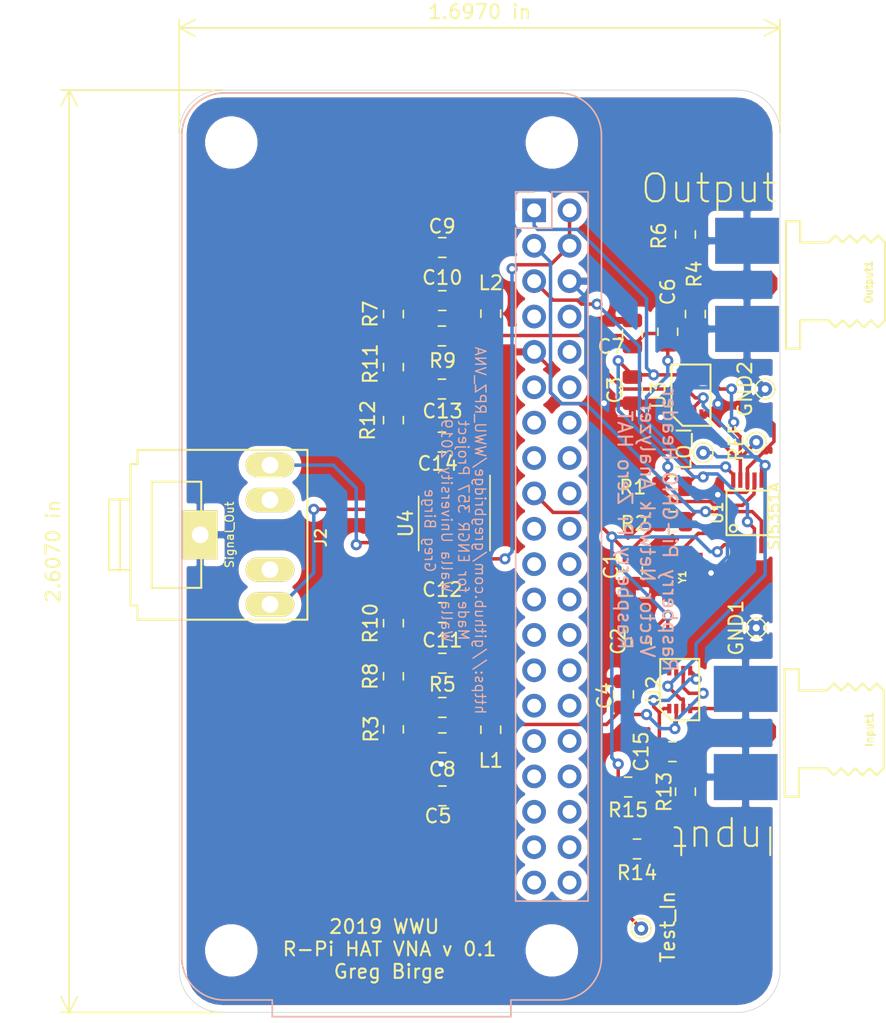
<source format=kicad_pcb>
(kicad_pcb (version 20171130) (host pcbnew 5.1.2-f72e74a~84~ubuntu18.04.1)
  (layers (0 F.Cu signal) (31 B.Cu signal) (34 B.Paste user) (35 F.Paste user) (36 B.SilkS user) (37 F.SilkS user) (38 B.Mask user) (39 F.Mask user) (44 Edge.Cuts user))
  (net 0 "")
  (net 1 +3V3)
  (net 2 GND)
  (net 3 "Net-(C4-Pad2)")
  (net 4 "Net-(C5-Pad1)")
  (net 5 "Net-(C6-Pad2)")
  (net 6 "Net-(C6-Pad1)")
  (net 7 "Net-(C7-Pad2)")
  (net 8 "Net-(C8-Pad1)")
  (net 9 "Net-(C9-Pad1)")
  (net 10 "Net-(C10-Pad1)")
  (net 11 "Net-(C11-Pad1)")
  (net 12 "Net-(C12-Pad1)")
  (net 13 "Net-(C13-Pad1)")
  (net 14 "Net-(C14-Pad1)")
  (net 15 "Net-(C15-Pad2)")
  (net 16 "Net-(C15-Pad1)")
  (net 17 "Net-(J1-Pad40)")
  (net 18 "Net-(J1-Pad39)")
  (net 19 "Net-(J1-Pad26)")
  (net 20 "Net-(J1-Pad25)")
  (net 21 "Net-(J1-Pad22)")
  (net 22 "Net-(J1-Pad21)")
  (net 23 "Net-(J1-Pad30)")
  (net 24 "Net-(J1-Pad29)")
  (net 25 "Net-(J1-Pad8)")
  (net 26 "Net-(J1-Pad7)")
  (net 27 "Net-(J1-Pad32)")
  (net 28 "Net-(J1-Pad31)")
  (net 29 "Net-(J1-Pad18)")
  (net 30 "Net-(J1-Pad36)")
  (net 31 "Net-(J1-Pad35)")
  (net 32 "Net-(J1-Pad34)")
  (net 33 "Net-(J1-Pad33)")
  (net 34 "Net-(J1-Pad38)")
  (net 35 "Net-(J1-Pad37)")
  (net 36 "Net-(J1-Pad20)")
  (net 37 "Net-(J1-Pad19)")
  (net 38 "Net-(J1-Pad10)")
  (net 39 "Net-(J1-Pad14)")
  (net 40 "Net-(J1-Pad13)")
  (net 41 "Net-(J1-Pad28)")
  (net 42 "Net-(J1-Pad27)")
  (net 43 "Net-(J1-Pad12)")
  (net 44 "Net-(J1-Pad11)")
  (net 45 "Net-(J1-Pad24)")
  (net 46 "Net-(J1-Pad23)")
  (net 47 +5V)
  (net 48 /SCL)
  (net 49 "Net-(J1-Pad16)")
  (net 50 "Net-(J1-Pad15)")
  (net 51 /SDA)
  (net 52 "Net-(TP2-Pad1)")
  (net 53 /LO_I)
  (net 54 "Net-(U1-Pad3)")
  (net 55 "Net-(U1-Pad2)")
  (net 56 "Net-(J2-Pad3)")
  (net 57 "Net-(J2-Pad2)")
  (net 58 "Net-(Output1-Pad1)")
  (module SMA:Raspberry_Pi_Zero_Socketed_THT_FaceDown_MountingHoles (layer B.Cu) (at 130.1115 53.213 180)
    (fp_text reference Jr hide)
    (fp_text value "GPIO Header" hide)
    (pad "" np_thru_hole circle (at -1.27 -53.13 90) (size 2.75 2.75) (drill 2.75) (layers *.Cu *.Mask))
    (pad "" np_thru_hole circle (at 21.73 4.87 90) (size 2.75 2.75) (drill 2.75) (layers *.Cu *.Mask))
    (pad "" np_thru_hole circle (at 21.73 -53.13 90) (size 2.75 2.75) (drill 2.75) (layers *.Cu *.Mask))
    (pad "" np_thru_hole circle (at -1.27 4.87 90) (size 2.75 2.75) (drill 2.75) (layers *.Cu *.Mask))
    (pad 40 thru_hole oval (at -2.54 -48.26 180) (size 1.7 1.7) (drill 1) (layers *.Cu *.Mask) (net 17 "Net-(J1-Pad40)"))
    (pad 39 thru_hole oval (at 0 -48.26 180) (size 1.7 1.7) (drill 1) (layers *.Cu *.Mask) (net 18 "Net-(J1-Pad39)"))
    (pad 26 thru_hole oval (at -2.54 -30.48 180) (size 1.7 1.7) (drill 1) (layers *.Cu *.Mask) (net 19 "Net-(J1-Pad26)"))
    (pad 25 thru_hole oval (at 0 -30.48 180) (size 1.7 1.7) (drill 1) (layers *.Cu *.Mask) (net 20 "Net-(J1-Pad25)"))
    (pad 22 thru_hole oval (at -2.54 -25.4 180) (size 1.7 1.7) (drill 1) (layers *.Cu *.Mask) (net 21 "Net-(J1-Pad22)"))
    (pad 21 thru_hole oval (at 0 -25.4 180) (size 1.7 1.7) (drill 1) (layers *.Cu *.Mask) (net 22 "Net-(J1-Pad21)"))
    (pad 30 thru_hole oval (at -2.54 -35.56 180) (size 1.7 1.7) (drill 1) (layers *.Cu *.Mask) (net 23 "Net-(J1-Pad30)"))
    (pad 29 thru_hole oval (at 0 -35.56 180) (size 1.7 1.7) (drill 1) (layers *.Cu *.Mask) (net 24 "Net-(J1-Pad29)"))
    (pad 8 thru_hole oval (at -2.54 -7.62 180) (size 1.7 1.7) (drill 1) (layers *.Cu *.Mask) (net 25 "Net-(J1-Pad8)"))
    (pad 7 thru_hole oval (at 0 -7.62 180) (size 1.7 1.7) (drill 1) (layers *.Cu *.Mask) (net 26 "Net-(J1-Pad7)"))
    (pad 32 thru_hole oval (at -2.54 -38.1 180) (size 1.7 1.7) (drill 1) (layers *.Cu *.Mask) (net 27 "Net-(J1-Pad32)"))
    (pad 31 thru_hole oval (at 0 -38.1 180) (size 1.7 1.7) (drill 1) (layers *.Cu *.Mask) (net 28 "Net-(J1-Pad31)"))
    (pad 18 thru_hole oval (at -2.54 -20.32 180) (size 1.7 1.7) (drill 1) (layers *.Cu *.Mask) (net 29 "Net-(J1-Pad18)"))
    (pad 17 thru_hole oval (at 0 -20.32 180) (size 1.7 1.7) (drill 1) (layers *.Cu *.Mask) (net 1 +3V3))
    (pad 36 thru_hole oval (at -2.54 -43.18 180) (size 1.7 1.7) (drill 1) (layers *.Cu *.Mask) (net 30 "Net-(J1-Pad36)"))
    (pad 35 thru_hole oval (at 0 -43.18 180) (size 1.7 1.7) (drill 1) (layers *.Cu *.Mask) (net 31 "Net-(J1-Pad35)"))
    (pad 34 thru_hole oval (at -2.54 -40.64 180) (size 1.7 1.7) (drill 1) (layers *.Cu *.Mask) (net 32 "Net-(J1-Pad34)"))
    (pad 33 thru_hole oval (at 0 -40.64 180) (size 1.7 1.7) (drill 1) (layers *.Cu *.Mask) (net 33 "Net-(J1-Pad33)"))
    (pad 38 thru_hole oval (at -2.54 -45.72 180) (size 1.7 1.7) (drill 1) (layers *.Cu *.Mask) (net 34 "Net-(J1-Pad38)"))
    (pad 37 thru_hole oval (at 0 -45.72 180) (size 1.7 1.7) (drill 1) (layers *.Cu *.Mask) (net 35 "Net-(J1-Pad37)"))
    (pad 20 thru_hole oval (at -2.54 -22.86 180) (size 1.7 1.7) (drill 1) (layers *.Cu *.Mask) (net 36 "Net-(J1-Pad20)"))
    (pad 19 thru_hole oval (at 0 -22.86 180) (size 1.7 1.7) (drill 1) (layers *.Cu *.Mask) (net 37 "Net-(J1-Pad19)"))
    (pad 10 thru_hole oval (at -2.54 -10.16 180) (size 1.7 1.7) (drill 1) (layers *.Cu *.Mask) (net 38 "Net-(J1-Pad10)"))
    (pad 9 thru_hole oval (at 0 -10.16 180) (size 1.7 1.7) (drill 1) (layers *.Cu *.Mask) (net 2 GND))
    (pad 14 thru_hole oval (at -2.54 -15.24 180) (size 1.7 1.7) (drill 1) (layers *.Cu *.Mask) (net 39 "Net-(J1-Pad14)"))
    (pad 13 thru_hole oval (at 0 -15.24 180) (size 1.7 1.7) (drill 1) (layers *.Cu *.Mask) (net 40 "Net-(J1-Pad13)"))
    (pad 28 thru_hole oval (at -2.54 -33.02 180) (size 1.7 1.7) (drill 1) (layers *.Cu *.Mask) (net 41 "Net-(J1-Pad28)"))
    (pad 27 thru_hole oval (at 0 -33.02 180) (size 1.7 1.7) (drill 1) (layers *.Cu *.Mask) (net 42 "Net-(J1-Pad27)"))
    (pad 12 thru_hole oval (at -2.54 -12.7 180) (size 1.7 1.7) (drill 1) (layers *.Cu *.Mask) (net 43 "Net-(J1-Pad12)"))
    (pad 11 thru_hole oval (at 0 -12.7 180) (size 1.7 1.7) (drill 1) (layers *.Cu *.Mask) (net 44 "Net-(J1-Pad11)"))
    (pad 24 thru_hole oval (at -2.54 -27.94 180) (size 1.7 1.7) (drill 1) (layers *.Cu *.Mask) (net 45 "Net-(J1-Pad24)"))
    (pad 23 thru_hole oval (at 0 -27.94 180) (size 1.7 1.7) (drill 1) (layers *.Cu *.Mask) (net 46 "Net-(J1-Pad23)"))
    (pad 1 thru_hole rect (at 0 0 180) (size 1.7 1.7) (drill 1) (layers *.Cu *.Mask) (net 1 +3V3))
    (pad 2 thru_hole oval (at -2.54 0 180) (size 1.7 1.7) (drill 1) (layers *.Cu *.Mask) (net 47 +5V))
    (pad 5 thru_hole oval (at 0 -5.08 180) (size 1.7 1.7) (drill 1) (layers *.Cu *.Mask) (net 48 /SCL))
    (pad 4 thru_hole oval (at -2.54 -2.54 180) (size 1.7 1.7) (drill 1) (layers *.Cu *.Mask) (net 47 +5V))
    (pad 16 thru_hole oval (at -2.54 -17.78 180) (size 1.7 1.7) (drill 1) (layers *.Cu *.Mask) (net 49 "Net-(J1-Pad16)"))
    (pad 15 thru_hole oval (at 0 -17.78 180) (size 1.7 1.7) (drill 1) (layers *.Cu *.Mask) (net 50 "Net-(J1-Pad15)"))
    (pad 3 thru_hole oval (at 0 -2.54 180) (size 1.7 1.7) (drill 1) (layers *.Cu *.Mask) (net 51 /SDA))
    (pad 6 thru_hole oval (at -2.54 -5.08 180) (size 1.7 1.7) (drill 1) (layers *.Cu *.Mask) (net 2 GND))
  )
  (module SMA:VFSOP-8 (layer F.Cu) (at 141.36624 66.47942)
    (fp_text reference U3 (at -2.3495 0 90) (layer F.SilkS))
    (fp_text value NL7WB66 hide)
    (pad 8 smd rect (at -0.75 -1.36) (size 0.3 0.68) (layers F.Cu F.Paste F.Mask) (net 1 +3V3))
    (pad 1 smd rect (at -0.75 1.36) (size 0.3 0.68) (layers F.Cu F.Paste F.Mask) (net 52 "Net-(TP2-Pad1)"))
    (pad 7 smd rect (at -0.25 -1.36) (size 0.3 0.68) (layers F.Cu F.Paste F.Mask) (net 53 /LO_I))
    (pad 2 smd rect (at -0.25 1.36) (size 0.3 0.68) (layers F.Cu F.Paste F.Mask) (net 7 "Net-(C7-Pad2)"))
    (pad 6 smd rect (at 0.25 -1.36) (size 0.3 0.68) (layers F.Cu F.Paste F.Mask) (net 7 "Net-(C7-Pad2)"))
    (pad 3 smd rect (at 0.25 1.36) (size 0.3 0.68) (layers F.Cu F.Paste F.Mask) (net 53 /LO_I))
    (pad 5 smd rect (at 0.75 -1.36) (size 0.3 0.68) (layers F.Cu F.Paste F.Mask) (net 52 "Net-(TP2-Pad1)"))
    (pad 4 smd rect (at 0.75 1.36) (size 0.3 0.68) (layers F.Cu F.Paste F.Mask) (net 2 GND))
  )
  (module TestPoint:TestPoint_THTPad_D1.0mm_Drill0.5mm (layer F.Cu) (at 146.685 66.04 90)
    (fp_text reference GND2 (at 0 -1.448 90) (layer F.SilkS))
    (fp_text value GND2 hide)
    (pad 1 thru_hole circle (at 0 0 90) (size 1 1) (drill 0.5) (layers *.Cu *.Mask) (net 2 GND))
  )
  (module TestPoint:TestPoint_THTPad_D1.0mm_Drill0.5mm (layer F.Cu) (at 146.05 83.185 90)
    (fp_text reference GND1 (at 0 -1.448 90) (layer F.SilkS))
    (fp_text value GND1 hide)
    (pad 1 thru_hole circle (at 0 0 90) (size 1 1) (drill 0.5) (layers *.Cu *.Mask) (net 2 GND))
  )
  (module TestPoint:TestPoint_THTPad_D1.0mm_Drill0.5mm (layer F.Cu) (at 142.24 70.612)
    (fp_text reference LO_I (at -1.36144 -0.28194 90) (layer F.SilkS))
    (fp_text value LO_I hide)
    (pad 1 thru_hole circle (at 0 0) (size 1 1) (drill 0.5) (layers *.Cu *.Mask) (net 53 /LO_I))
  )
  (module TestPoint:TestPoint_THTPad_D1.0mm_Drill0.5mm (layer F.Cu) (at 146.05 69.85 90)
    (fp_text reference REF (at 0 -1.448 90) (layer F.SilkS))
    (fp_text value REF hide)
    (pad 1 thru_hole circle (at 0 0 90) (size 1 1) (drill 0.5) (layers *.Cu *.Mask) (net 52 "Net-(TP2-Pad1)"))
  )
  (module TestPoint:TestPoint_THTPad_D1.0mm_Drill0.5mm (layer F.Cu) (at 137.795 104.775 90)
    (fp_text reference Test_In (at 0.127 1.905 270) (layer F.SilkS))
    (fp_text value Test_IN hide)
    (pad 1 thru_hole circle (at 0 0 90) (size 1 1) (drill 0.5) (layers *.Cu *.Mask) (net 16 "Net-(C15-Pad1)"))
  )
  (module SMA:Tayda_3.5mm_stereo_TRS_jack_A-853 (layer F.Cu) (at 107.7468 76.5048 90)
    (fp_text reference J2 (at -0.2032 7.0612 90) (layer F.SilkS) (effects (font (size 0.8 0.8))))
    (fp_text value Signal_Out (at 0 0.508 90) (layer F.SilkS) (effects (font (size 0.6 0.6) (thickness 0.1))))
    (pad 1 thru_hole rect (at 0 -1.596 90) (size 3.5 2.5) (drill 1.2) (layers *.Cu *.Mask F.SilkS) (net 2 GND))
    (pad 2 thru_hole oval (at 5 3.41 90) (size 1.75 3.5) (drill 1.2) (layers *.Cu *.Mask F.SilkS) (net 57 "Net-(J2-Pad2)"))
    (pad 3 thru_hole oval (at -5 3.41 90) (size 1.75 3.5) (drill 1.2) (layers *.Cu *.Mask F.SilkS) (net 56 "Net-(J2-Pad3)"))
    (pad 4 thru_hole oval (at 2.5 3.41 90) (size 1.75 3.5) (drill 1.2) (layers *.Cu *.Mask F.SilkS))
    (pad 5 thru_hole oval (at -2.5 3.41 90) (size 1.75 3.5) (drill 1.2) (layers *.Cu *.Mask F.SilkS))
  )
  (module SMA:CX3225 (layer F.Cu) (at 140.755 79.545 90)
    (fp_text reference Y1 (at 0 0 90) (layer F.SilkS) (effects (font (size 0.5 0.5) (thickness 0.125))))
    (fp_text value CX3225 hide)
    (pad 2 smd rect (at 1.1 0.85 90) (size 1.3 1.2) (layers F.Cu F.Paste F.Mask) (net 2 GND))
    (pad 3 smd rect (at 1.1 -0.85 90) (size 1.3 1.2) (layers F.Cu F.Paste F.Mask) (net 55 "Net-(U1-Pad2)"))
    (pad 1 smd rect (at -1.1 0.85 90) (size 1.3 1.2) (layers F.Cu F.Paste F.Mask) (net 54 "Net-(U1-Pad3)"))
    (pad 4 smd rect (at -1.1 -0.85 90) (size 1.3 1.2) (layers F.Cu F.Paste F.Mask) (net 2 GND))
  )
  (module Package_SO:SO-8_3.9x4.9mm_P1.27mm (layer F.Cu) (at 124.3838 75.692 270)
    (fp_text reference U4 (at 0 3.4798 90) (layer F.SilkS))
    (fp_text value LM2904)
    (pad 1 smd roundrect (at -2.575 -1.905 270) (size 1.75 0.6) (layers F.Cu F.Paste F.Mask) (net 56 "Net-(J2-Pad3)"))
    (pad 2 smd roundrect (at -2.575 -0.635 270) (size 1.75 0.6) (layers F.Cu F.Paste F.Mask) (net 56 "Net-(J2-Pad3)"))
    (pad 3 smd roundrect (at -2.575 0.635 270) (size 1.75 0.6) (layers F.Cu F.Paste F.Mask) (net 14 "Net-(C14-Pad1)"))
    (pad 4 smd roundrect (at -2.575 1.905 270) (size 1.75 0.6) (layers F.Cu F.Paste F.Mask) (net 2 GND))
    (pad 5 smd roundrect (at 2.575 1.905 270) (size 1.75 0.6) (layers F.Cu F.Paste F.Mask) (net 12 "Net-(C12-Pad1)"))
    (pad 6 smd roundrect (at 2.575 0.635 270) (size 1.75 0.6) (layers F.Cu F.Paste F.Mask) (net 57 "Net-(J2-Pad2)"))
    (pad 7 smd roundrect (at 2.575 -0.635 270) (size 1.75 0.6) (layers F.Cu F.Paste F.Mask) (net 57 "Net-(J2-Pad2)"))
    (pad 8 smd roundrect (at 2.575 -1.905 270) (size 1.75 0.6) (layers F.Cu F.Paste F.Mask) (net 47 +5V))
  )
  (module SMA:VFSOP-8 (layer F.Cu) (at 140.55852 87.61984)
    (fp_text reference U2 (at -1.87452 0 90) (layer F.SilkS))
    (fp_text value NL7WB66 hide)
    (pad 8 smd rect (at -0.75 -1.36) (size 0.3 0.68) (layers F.Cu F.Paste F.Mask) (net 1 +3V3))
    (pad 1 smd rect (at -0.75 1.36) (size 0.3 0.68) (layers F.Cu F.Paste F.Mask) (net 16 "Net-(C15-Pad1)"))
    (pad 7 smd rect (at -0.25 -1.36) (size 0.3 0.68) (layers F.Cu F.Paste F.Mask) (net 53 /LO_I))
    (pad 2 smd rect (at -0.25 1.36) (size 0.3 0.68) (layers F.Cu F.Paste F.Mask) (net 3 "Net-(C4-Pad2)"))
    (pad 6 smd rect (at 0.25 -1.36) (size 0.3 0.68) (layers F.Cu F.Paste F.Mask) (net 3 "Net-(C4-Pad2)"))
    (pad 3 smd rect (at 0.25 1.36) (size 0.3 0.68) (layers F.Cu F.Paste F.Mask) (net 53 /LO_I))
    (pad 5 smd rect (at 0.75 -1.36) (size 0.3 0.68) (layers F.Cu F.Paste F.Mask) (net 16 "Net-(C15-Pad1)"))
    (pad 4 smd rect (at 0.75 1.36) (size 0.3 0.68) (layers F.Cu F.Paste F.Mask) (net 2 GND))
  )
  (module EtherkitKicadLibrary:MSOP-10 (layer F.Cu) (at 145.415 74.93)
    (fp_text reference U1 (at -2.159 0 270) (layer F.SilkS) (effects (font (size 0.8 0.8))))
    (fp_text value SI5351A (at 1.905 0.254 90) (layer F.SilkS) (effects (font (size 0.8 0.8))))
    (pad 1 smd rect (at -1 2.35) (size 0.3 1.1) (layers F.Cu F.Paste F.Mask) (net 1 +3V3))
    (pad 2 smd rect (at -0.5 2.35) (size 0.3 1.1) (layers F.Cu F.Paste F.Mask) (net 55 "Net-(U1-Pad2)"))
    (pad 3 smd rect (at 0 2.35) (size 0.3 1.1) (layers F.Cu F.Paste F.Mask) (net 54 "Net-(U1-Pad3)"))
    (pad 4 smd rect (at 0.5 2.35) (size 0.3 1.1) (layers F.Cu F.Paste F.Mask) (net 48 /SCL))
    (pad 5 smd rect (at 1 2.35) (size 0.3 1.1) (layers F.Cu F.Paste F.Mask) (net 51 /SDA))
    (pad 6 smd rect (at 1.016 -2.35) (size 0.3 1.1) (layers F.Cu F.Paste F.Mask) (net 53 /LO_I))
    (pad 7 smd rect (at 0.508 -2.35) (size 0.3 1.1) (layers F.Cu F.Paste F.Mask) (net 1 +3V3))
    (pad 8 smd rect (at 0 -2.35) (size 0.3 1.1) (layers F.Cu F.Paste F.Mask) (net 2 GND))
    (pad 9 smd rect (at -0.508 -2.35) (size 0.3 1.1) (layers F.Cu F.Paste F.Mask) (net 52 "Net-(TP2-Pad1)"))
    (pad 10 smd rect (at -1.016 -2.35) (size 0.3 1.1) (layers F.Cu F.Paste F.Mask) (net 5 "Net-(C6-Pad2)"))
  )
  (module Resistor_SMD:R_0805_2012Metric (layer F.Cu) (at 136.8575 94.615 180)
    (fp_text reference R15 (at 0 -1.65) (layer F.SilkS))
    (fp_text value 39k hide)
    (pad 1 smd roundrect (at -0.9375 0 180) (size 0.975 1.4) (layers F.Cu F.Paste F.Mask) (net 16 "Net-(C15-Pad1)"))
    (pad 2 smd roundrect (at 0.9375 0 180) (size 0.975 1.4) (layers F.Cu F.Paste F.Mask) (net 1 +3V3))
  )
  (module Resistor_SMD:R_0805_2012Metric (layer F.Cu) (at 137.4925 99.06)
    (fp_text reference R14 (at 0 1.7145) (layer F.SilkS))
    (fp_text value 220k hide)
    (pad 1 smd roundrect (at -0.9375 0) (size 0.975 1.4) (layers F.Cu F.Paste F.Mask) (net 16 "Net-(C15-Pad1)"))
    (pad 2 smd roundrect (at 0.9375 0) (size 0.975 1.4) (layers F.Cu F.Paste F.Mask) (net 2 GND))
  )
  (module Resistor_SMD:R_0805_2012Metric (layer F.Cu) (at 140.97 94.9475 270)
    (fp_text reference R13 (at 0.0231 1.524 90) (layer F.SilkS))
    (fp_text value 56 hide)
    (pad 1 smd roundrect (at -0.9375 0 270) (size 0.975 1.4) (layers F.Cu F.Paste F.Mask) (net 15 "Net-(C15-Pad2)"))
    (pad 2 smd roundrect (at 0.9375 0 270) (size 0.975 1.4) (layers F.Cu F.Paste F.Mask) (net 2 GND))
  )
  (module Resistor_SMD:R_0805_2012Metric (layer F.Cu) (at 120.015 68.2775 270)
    (fp_text reference R12 (at 0.015 1.8415 90) (layer F.SilkS))
    (fp_text value 1M hide)
    (pad 1 smd roundrect (at -0.9375 0 270) (size 0.975 1.4) (layers F.Cu F.Paste F.Mask) (net 13 "Net-(C13-Pad1)"))
    (pad 2 smd roundrect (at 0.9375 0 270) (size 0.975 1.4) (layers F.Cu F.Paste F.Mask) (net 14 "Net-(C14-Pad1)"))
  )
  (module Resistor_SMD:R_0805_2012Metric (layer F.Cu) (at 120.015 64.4675 270)
    (fp_text reference R11 (at -0.239 1.651 90) (layer F.SilkS))
    (fp_text value 51k hide)
    (pad 1 smd roundrect (at -0.9375 0 270) (size 0.975 1.4) (layers F.Cu F.Paste F.Mask) (net 10 "Net-(C10-Pad1)"))
    (pad 2 smd roundrect (at 0.9375 0 270) (size 0.975 1.4) (layers F.Cu F.Paste F.Mask) (net 13 "Net-(C13-Pad1)"))
  )
  (module Resistor_SMD:R_0805_2012Metric (layer F.Cu) (at 120.015 82.8525 90)
    (fp_text reference R10 (at 0 -1.65 90) (layer F.SilkS))
    (fp_text value 1M hide)
    (pad 1 smd roundrect (at -0.9375 0 90) (size 0.975 1.4) (layers F.Cu F.Paste F.Mask) (net 11 "Net-(C11-Pad1)"))
    (pad 2 smd roundrect (at 0.9375 0 90) (size 0.975 1.4) (layers F.Cu F.Paste F.Mask) (net 12 "Net-(C12-Pad1)"))
  )
  (module Resistor_SMD:R_0805_2012Metric (layer F.Cu) (at 123.4925 62.23)
    (fp_text reference R9 (at 0.0485 1.778) (layer F.SilkS))
    (fp_text value 30k hide)
    (pad 1 smd roundrect (at -0.9375 0) (size 0.975 1.4) (layers F.Cu F.Paste F.Mask) (net 10 "Net-(C10-Pad1)"))
    (pad 2 smd roundrect (at 0.9375 0) (size 0.975 1.4) (layers F.Cu F.Paste F.Mask) (net 2 GND))
  )
  (module Resistor_SMD:R_0805_2012Metric (layer F.Cu) (at 120.015 86.6625 90)
    (fp_text reference R8 (at 0 -1.65 90) (layer F.SilkS))
    (fp_text value 51k hide)
    (pad 1 smd roundrect (at -0.9375 0 90) (size 0.975 1.4) (layers F.Cu F.Paste F.Mask) (net 8 "Net-(C8-Pad1)"))
    (pad 2 smd roundrect (at 0.9375 0 90) (size 0.975 1.4) (layers F.Cu F.Paste F.Mask) (net 11 "Net-(C11-Pad1)"))
  )
  (module Resistor_SMD:R_0805_2012Metric (layer F.Cu) (at 120.015 60.6575 90)
    (fp_text reference R7 (at 0 -1.65 90) (layer F.SilkS))
    (fp_text value 10k hide)
    (pad 1 smd roundrect (at -0.9375 0 90) (size 0.975 1.4) (layers F.Cu F.Paste F.Mask) (net 10 "Net-(C10-Pad1)"))
    (pad 2 smd roundrect (at 0.9375 0 90) (size 0.975 1.4) (layers F.Cu F.Paste F.Mask) (net 9 "Net-(C9-Pad1)"))
  )
  (module Resistor_SMD:R_0805_2012Metric (layer F.Cu) (at 140.97 54.9425 90)
    (fp_text reference R6 (at -0.1039 -1.905 90) (layer F.SilkS))
    (fp_text value R hide)
    (pad 1 smd roundrect (at -0.9375 0 90) (size 0.975 1.4) (layers F.Cu F.Paste F.Mask) (net 58 "Net-(Output1-Pad1)"))
    (pad 2 smd roundrect (at 0.9375 0 90) (size 0.975 1.4) (layers F.Cu F.Paste F.Mask) (net 2 GND))
  )
  (module Resistor_SMD:R_0805_2012Metric (layer F.Cu) (at 123.5225 88.9)
    (fp_text reference R5 (at 0 -1.65) (layer F.SilkS))
    (fp_text value 30k hide)
    (pad 1 smd roundrect (at -0.9375 0) (size 0.975 1.4) (layers F.Cu F.Paste F.Mask) (net 8 "Net-(C8-Pad1)"))
    (pad 2 smd roundrect (at 0.9375 0) (size 0.975 1.4) (layers F.Cu F.Paste F.Mask) (net 2 GND))
  )
  (module Resistor_SMD:R_0805_2012Metric (layer F.Cu) (at 141.6812 60.6575 270)
    (fp_text reference R4 (at -2.8725 0.0762 90) (layer F.SilkS))
    (fp_text value R hide)
    (pad 1 smd roundrect (at -0.9375 0 270) (size 0.975 1.4) (layers F.Cu F.Paste F.Mask) (net 58 "Net-(Output1-Pad1)"))
    (pad 2 smd roundrect (at 0.9375 0 270) (size 0.975 1.4) (layers F.Cu F.Paste F.Mask) (net 6 "Net-(C6-Pad1)"))
  )
  (module Resistor_SMD:R_0805_2012Metric (layer F.Cu) (at 120.015 90.4725 270)
    (fp_text reference R3 (at -0.0231 1.6002 90) (layer F.SilkS))
    (fp_text value 10k hide)
    (pad 1 smd roundrect (at -0.9375 0 270) (size 0.975 1.4) (layers F.Cu F.Paste F.Mask) (net 8 "Net-(C8-Pad1)"))
    (pad 2 smd roundrect (at 0.9375 0 270) (size 0.975 1.4) (layers F.Cu F.Paste F.Mask) (net 4 "Net-(C5-Pad1)"))
  )
  (module Resistor_SMD:R_0805_2012Metric (layer F.Cu) (at 140.0325 75.565 180)
    (fp_text reference R2 (at 2.7455 -0.127) (layer F.SilkS))
    (fp_text value 4.7k hide)
    (pad 1 smd roundrect (at -0.9375 0 180) (size 0.975 1.4) (layers F.Cu F.Paste F.Mask) (net 51 /SDA))
    (pad 2 smd roundrect (at 0.9375 0 180) (size 0.975 1.4) (layers F.Cu F.Paste F.Mask) (net 1 +3V3))
  )
  (module Resistor_SMD:R_0805_2012Metric (layer F.Cu) (at 140.0025 73.025 180)
    (fp_text reference R1 (at 2.809 -0.0635) (layer F.SilkS))
    (fp_text value 4.7k hide)
    (pad 1 smd roundrect (at -0.9375 0 180) (size 0.975 1.4) (layers F.Cu F.Paste F.Mask) (net 48 /SCL))
    (pad 2 smd roundrect (at 0.9375 0 180) (size 0.975 1.4) (layers F.Cu F.Paste F.Mask) (net 1 +3V3))
  )
  (module SMA:SMA_EDGE (layer F.Cu) (at 154.278 58.5635)
    (fp_text reference Output1 (at -0.1635 -0.207 90) (layer F.SilkS) (effects (font (size 0.524 0.524) (thickness 0.131))))
    (fp_text value P2 hide)
    (pad 2 connect rect (at -8.89 -3.16484) (size 4.572 3.302) (layers F.Cu F.Mask) (net 2 GND))
    (pad 1 connect trapezoid (at -6.958 -0.08) (size 0.50038 1.39954) (rect_delta 0.59944 0) (layers F.Cu F.Mask) (net 58 "Net-(Output1-Pad1)"))
    (pad 2 connect rect (at -8.89 3.16484) (size 4.572 3.302) (layers B.Cu B.Mask) (net 2 GND))
    (pad 1 connect rect (at -9.144 0) (size 4.07162 1.99898) (layers F.Cu F.Mask) (net 58 "Net-(Output1-Pad1)"))
    (pad 2 connect rect (at -8.89 -3.16484) (size 4.572 3.302) (layers B.Cu B.Mask) (net 2 GND))
    (pad 2 connect rect (at -8.89 3.16484) (size 4.572 3.302) (layers F.Cu F.Mask) (net 2 GND))
  )
  (module SMA:SMA_EDGE (layer F.Cu) (at 154.178 90.73134)
    (fp_text reference Input1 (at 0 -0.24384 90) (layer F.SilkS) (effects (font (size 0.524 0.524) (thickness 0.131))))
    (fp_text value P1 hide)
    (pad 2 connect rect (at -8.89 3.16484) (size 4.572 3.302) (layers F.Cu F.Mask) (net 2 GND))
    (pad 2 connect rect (at -8.89 -3.16484) (size 4.572 3.302) (layers B.Cu B.Mask) (net 2 GND))
    (pad 1 connect rect (at -9.144 0) (size 4.07162 1.99898) (layers F.Cu F.Mask) (net 15 "Net-(C15-Pad2)"))
    (pad 2 connect rect (at -8.89 3.16484) (size 4.572 3.302) (layers B.Cu B.Mask) (net 2 GND))
    (pad 1 connect trapezoid (at -6.958 -0.08) (size 0.50038 1.39954) (rect_delta 0.59944 0) (layers F.Cu F.Mask) (net 15 "Net-(C15-Pad2)"))
    (pad 2 connect rect (at -8.89 -3.16484) (size 4.572 3.302) (layers F.Cu F.Mask) (net 2 GND))
  )
  (module Inductor_SMD:L_0805_2012Metric (layer F.Cu) (at 127 60.6275 90)
    (fp_text reference L2 (at 2.2075 0) (layer F.SilkS))
    (fp_text value 100uH hide)
    (pad 1 smd roundrect (at -0.9375 0 90) (size 0.975 1.4) (layers F.Cu F.Paste F.Mask) (net 7 "Net-(C7-Pad2)"))
    (pad 2 smd roundrect (at 0.9375 0 90) (size 0.975 1.4) (layers F.Cu F.Paste F.Mask) (net 9 "Net-(C9-Pad1)"))
  )
  (module Inductor_SMD:L_0805_2012Metric (layer F.Cu) (at 127 90.5025 270)
    (fp_text reference L1 (at 2.2075 0 180) (layer F.SilkS))
    (fp_text value 100uH hide)
    (pad 1 smd roundrect (at -0.9375 0 270) (size 0.975 1.4) (layers F.Cu F.Paste F.Mask) (net 3 "Net-(C4-Pad2)"))
    (pad 2 smd roundrect (at 0.9375 0 270) (size 0.975 1.4) (layers F.Cu F.Paste F.Mask) (net 4 "Net-(C5-Pad1)"))
  )
  (module Capacitor_SMD:C_0805_2012Metric (layer F.Cu) (at 140.0325 92.075)
    (fp_text reference C15 (at -2.2375 0 90) (layer F.SilkS))
    (fp_text value 1.0uF hide)
    (pad 1 smd roundrect (at -0.9375 0) (size 0.975 1.4) (layers F.Cu F.Paste F.Mask) (net 16 "Net-(C15-Pad1)"))
    (pad 2 smd roundrect (at 0.9375 0) (size 0.975 1.4) (layers F.Cu F.Paste F.Mask) (net 15 "Net-(C15-Pad2)"))
  )
  (module Capacitor_SMD:C_0805_2012Metric (layer F.Cu) (at 123.4925 69.85)
    (fp_text reference C14 (at -0.3025 1.5367) (layer F.SilkS))
    (fp_text value 1nF hide)
    (pad 1 smd roundrect (at -0.9375 0) (size 0.975 1.4) (layers F.Cu F.Paste F.Mask) (net 14 "Net-(C14-Pad1)"))
    (pad 2 smd roundrect (at 0.9375 0) (size 0.975 1.4) (layers F.Cu F.Paste F.Mask) (net 2 GND))
  )
  (module Capacitor_SMD:C_0805_2012Metric (layer F.Cu) (at 123.4925 66.04)
    (fp_text reference C13 (at 0.0485 1.5875) (layer F.SilkS))
    (fp_text value 1nF hide)
    (pad 1 smd roundrect (at -0.9375 0) (size 0.975 1.4) (layers F.Cu F.Paste F.Mask) (net 13 "Net-(C13-Pad1)"))
    (pad 2 smd roundrect (at 0.9375 0) (size 0.975 1.4) (layers F.Cu F.Paste F.Mask) (net 2 GND))
  )
  (module Capacitor_SMD:C_0805_2012Metric (layer F.Cu) (at 123.5225 82.0928)
    (fp_text reference C12 (at 0 -1.65) (layer F.SilkS))
    (fp_text value 1nF hide)
    (pad 1 smd roundrect (at -0.9375 0) (size 0.975 1.4) (layers F.Cu F.Paste F.Mask) (net 12 "Net-(C12-Pad1)"))
    (pad 2 smd roundrect (at 0.9375 0) (size 0.975 1.4) (layers F.Cu F.Paste F.Mask) (net 2 GND))
  )
  (module Capacitor_SMD:C_0805_2012Metric (layer F.Cu) (at 123.5225 85.725)
    (fp_text reference C11 (at 0 -1.65) (layer F.SilkS))
    (fp_text value 1nF hide)
    (pad 1 smd roundrect (at -0.9375 0) (size 0.975 1.4) (layers F.Cu F.Paste F.Mask) (net 11 "Net-(C11-Pad1)"))
    (pad 2 smd roundrect (at 0.9375 0) (size 0.975 1.4) (layers F.Cu F.Paste F.Mask) (net 2 GND))
  )
  (module Capacitor_SMD:C_0805_2012Metric (layer F.Cu) (at 123.5225 59.69)
    (fp_text reference C10 (at 0 -1.65) (layer F.SilkS))
    (fp_text value 10nF hide)
    (pad 1 smd roundrect (at -0.9375 0) (size 0.975 1.4) (layers F.Cu F.Paste F.Mask) (net 10 "Net-(C10-Pad1)"))
    (pad 2 smd roundrect (at 0.9375 0) (size 0.975 1.4) (layers F.Cu F.Paste F.Mask) (net 2 GND))
  )
  (module Capacitor_SMD:C_0805_2012Metric (layer F.Cu) (at 123.5225 55.88)
    (fp_text reference C9 (at -0.015 -1.524) (layer F.SilkS))
    (fp_text value 680nF hide)
    (pad 1 smd roundrect (at -0.9375 0) (size 0.975 1.4) (layers F.Cu F.Paste F.Mask) (net 9 "Net-(C9-Pad1)"))
    (pad 2 smd roundrect (at 0.9375 0) (size 0.975 1.4) (layers F.Cu F.Paste F.Mask) (net 2 GND))
  )
  (module Capacitor_SMD:C_0805_2012Metric (layer F.Cu) (at 123.5225 91.44)
    (fp_text reference C8 (at 0 1.905) (layer F.SilkS))
    (fp_text value 10nF hide)
    (pad 1 smd roundrect (at -0.9375 0) (size 0.975 1.4) (layers F.Cu F.Paste F.Mask) (net 8 "Net-(C8-Pad1)"))
    (pad 2 smd roundrect (at 0.9375 0) (size 0.975 1.4) (layers F.Cu F.Paste F.Mask) (net 2 GND))
  )
  (module Capacitor_SMD:C_0805_2012Metric (layer F.Cu) (at 137.16 62.0545 270)
    (fp_text reference C7 (at 0.9375 1.524) (layer F.SilkS))
    (fp_text value .005uF hide)
    (pad 1 smd roundrect (at -0.9375 0 270) (size 0.975 1.4) (layers F.Cu F.Paste F.Mask) (net 2 GND))
    (pad 2 smd roundrect (at 0.9375 0 270) (size 0.975 1.4) (layers F.Cu F.Paste F.Mask) (net 7 "Net-(C7-Pad2)"))
  )
  (module Capacitor_SMD:C_0805_2012Metric (layer F.Cu) (at 139.7 61.9275 270)
    (fp_text reference C6 (at -2.8725 0 90) (layer F.SilkS))
    (fp_text value 1.0uF hide)
    (pad 1 smd roundrect (at -0.9375 0 270) (size 0.975 1.4) (layers F.Cu F.Paste F.Mask) (net 6 "Net-(C6-Pad1)"))
    (pad 2 smd roundrect (at 0.9375 0 270) (size 0.975 1.4) (layers F.Cu F.Paste F.Mask) (net 5 "Net-(C6-Pad2)"))
  )
  (module Capacitor_SMD:C_0805_2012Metric (layer F.Cu) (at 123.5225 95.25)
    (fp_text reference C5 (at -0.3025 1.4478) (layer F.SilkS))
    (fp_text value 680nF hide)
    (pad 1 smd roundrect (at -0.9375 0) (size 0.975 1.4) (layers F.Cu F.Paste F.Mask) (net 4 "Net-(C5-Pad1)"))
    (pad 2 smd roundrect (at 0.9375 0) (size 0.975 1.4) (layers F.Cu F.Paste F.Mask) (net 2 GND))
  )
  (module Capacitor_SMD:C_0805_2012Metric (layer F.Cu) (at 136.525 87.9625 270)
    (fp_text reference C4 (at 0.0993 1.3716 90) (layer F.SilkS))
    (fp_text value .005uF hide)
    (pad 1 smd roundrect (at -0.9375 0 270) (size 0.975 1.4) (layers F.Cu F.Paste F.Mask) (net 2 GND))
    (pad 2 smd roundrect (at 0.9375 0 270) (size 0.975 1.4) (layers F.Cu F.Paste F.Mask) (net 3 "Net-(C4-Pad2)"))
  )
  (module Capacitor_SMD:C_0805_2012Metric (layer F.Cu) (at 137.16 66.1185 270)
    (fp_text reference C3 (at 0 1.27 90) (layer F.SilkS))
    (fp_text value 0.1uF hide)
    (pad 1 smd roundrect (at -0.9375 0 270) (size 0.975 1.4) (layers F.Cu F.Paste F.Mask) (net 1 +3V3))
    (pad 2 smd roundrect (at 0.9375 0 270) (size 0.975 1.4) (layers F.Cu F.Paste F.Mask) (net 2 GND))
  )
  (module Capacitor_SMD:C_0805_2012Metric (layer F.Cu) (at 137.795 84.1525 270)
    (fp_text reference C2 (at 0 1.651 90) (layer F.SilkS))
    (fp_text value 0.1uF hide)
    (pad 1 smd roundrect (at -0.9375 0 270) (size 0.975 1.4) (layers F.Cu F.Paste F.Mask) (net 1 +3V3))
    (pad 2 smd roundrect (at 0.9375 0 270) (size 0.975 1.4) (layers F.Cu F.Paste F.Mask) (net 2 GND))
  )
  (module Capacitor_SMD:C_0805_2012Metric (layer F.Cu) (at 137.16 79.0725 90)
    (fp_text reference C1 (at 0.3325 -1.524 90) (layer F.SilkS))
    (fp_text value 0.1uF hide)
    (pad 2 smd roundrect (at 0.9375 0 90) (size 0.975 1.4) (layers F.Cu F.Paste F.Mask) (net 1 +3V3))
    (pad 1 smd roundrect (at -0.9375 0 90) (size 0.975 1.4) (layers F.Cu F.Paste F.Mask) (net 2 GND))
  )
  (dimension 66.2178 (width 0.12) (layer F.SilkS) (gr_text "2.607007874 in" (at 95.4786 77.6859 270) (layer F.SilkS) (effects (font (size 1 1) (thickness 0.15)))) (feature1 (pts (xy 107.696 110.7948) (xy 96.162179 110.7948))) (feature2 (pts (xy 107.696 44.577) (xy 96.162179 44.577))) (crossbar (pts (xy 96.7486 44.577) (xy 96.7486 110.7948))) (arrow1a (pts (xy 96.7486 110.7948) (xy 96.162179 109.668296))) (arrow1b (pts (xy 96.7486 110.7948) (xy 97.335021 109.668296))) (arrow2a (pts (xy 96.7486 44.577) (xy 96.162179 45.703504))) (arrow2b (pts (xy 96.7486 44.577) (xy 97.335021 45.703504))))
  (dimension 43.1038 (width 0.12) (layer F.SilkS) (gr_text "1.697007874 in" (at 126.1999 38.8366) (layer F.SilkS) (effects (font (size 1 1) (thickness 0.15)))) (feature1 (pts (xy 147.7518 47.625) (xy 147.7518 39.520179))) (feature2 (pts (xy 104.648 47.625) (xy 104.648 39.520179))) (crossbar (pts (xy 104.648 40.1066) (xy 147.7518 40.1066))) (arrow1a (pts (xy 147.7518 40.1066) (xy 146.625296 40.693021))) (arrow1b (pts (xy 147.7518 40.1066) (xy 146.625296 39.520179))) (arrow2a (pts (xy 104.648 40.1066) (xy 105.774504 40.693021))) (arrow2b (pts (xy 104.648 40.1066) (xy 105.774504 39.520179))))
  (gr_text "https://github.com/gregbridge/WWU_RPZ_VNA\nMade for ENGR 357 Project\nWalla Walla University 2019\nGreg Birge" (at 124.4346 76.2 270) (layer B.SilkS) (effects (font (size 0.75 0.75) (thickness 0.1)) (justify mirror)))
  (gr_text "Raspberry Pi-GPIO Header\nVector Network Analyzer\nRaspberry Pi Zero HAT" (at 138.2268 76.1746 270) (layer B.SilkS) (effects (font (size 1 1)) (justify mirror)))
  (gr_text "2019 WWU \nR-Pi HAT VNA v 0.1\nGreg Birge" (at 119.7356 106.2482) (layer F.SilkS) (effects (font (size 1 1))))
  (gr_line (start 104.648 47.625) (end 104.648 107.7468) (layer Edge.Cuts) (width 0.05))
  (gr_line (start 144.7038 44.577) (end 107.696 44.577) (layer Edge.Cuts) (width 0.05))
  (gr_line (start 147.7518 107.7468) (end 147.7518 47.625) (layer Edge.Cuts) (width 0.05))
  (gr_line (start 144.7038 110.7948) (end 107.696 110.7948) (layer Edge.Cuts) (width 0.05))
  (gr_arc (start 144.7038 47.625) (end 147.7518 47.625) (angle -90) (layer Edge.Cuts) (width 0.05))
  (gr_arc (start 144.7038 107.7468) (end 144.7038 110.7948) (angle -90) (layer Edge.Cuts) (width 0.05))
  (gr_arc (start 107.696 107.7468) (end 104.648 107.7468) (angle -90) (layer Edge.Cuts) (width 0.05))
  (gr_arc (start 107.696 47.625) (end 107.696 44.577) (angle -90) (layer Edge.Cuts) (width 0.05))
  (gr_text Output (at 142.6464 51.6382) (layer F.SilkS) (effects (font (size 2 2))))
  (gr_text Input (at 143.764 98.425 180) (layer F.SilkS) (effects (font (size 2 2))))
  (segment (start 139.095 73.055) (end 139.065 73.025) (width 0.25) (layer F.Cu) (net 1))
  (segment (start 139.095 75.565) (end 139.095 73.055) (width 0.25) (layer F.Cu) (net 1))
  (segment (start 136.603763 77.578763) (end 137.16 78.135) (width 0.25) (layer F.Cu) (net 1))
  (segment (start 131.476499 74.897999) (end 133.922999 74.897999) (width 0.25) (layer F.Cu) (net 1))
  (segment (start 130.1115 73.533) (end 131.476499 74.897999) (width 0.25) (layer F.Cu) (net 1))
  (segment (start 137.16 77.5) (end 139.095 75.565) (width 0.25) (layer F.Cu) (net 1))
  (segment (start 137.16 78.135) (end 137.16 77.5) (width 0.25) (layer F.Cu) (net 1))
  (via (at 135.6845 76.6595) (size 0.8) (drill 0.4) (layers F.Cu B.Cu) (net 1))
  (segment (start 135.6845 76.6595) (end 136.603763 77.578763) (width 0.25) (layer F.Cu) (net 1))
  (segment (start 133.922999 74.897999) (end 135.6845 76.6595) (width 0.25) (layer F.Cu) (net 1))
  (segment (start 135.6845 76.6595) (end 135.6845 78.2805) (width 0.25) (layer B.Cu) (net 1))
  (segment (start 135.6845 78.2805) (end 139.7 82.296) (width 0.25) (layer B.Cu) (net 1))
  (via (at 139.7 82.296) (size 0.8) (drill 0.4) (layers F.Cu B.Cu) (net 1))
  (segment (start 138.781 83.215) (end 139.7 82.296) (width 0.25) (layer F.Cu) (net 1))
  (segment (start 137.795 83.215) (end 138.781 83.215) (width 0.25) (layer F.Cu) (net 1))
  (segment (start 139.7 86.15132) (end 139.80852 86.25984) (width 0.25) (layer F.Cu) (net 1))
  (segment (start 139.7 82.296) (end 139.7 86.15132) (width 0.25) (layer F.Cu) (net 1))
  (segment (start 135.6845 78.2805) (end 135.6845 92.5045) (width 0.25) (layer B.Cu) (net 1))
  (segment (start 135.6845 92.5045) (end 136.144 92.964) (width 0.25) (layer B.Cu) (net 1))
  (via (at 136.144 92.964) (size 0.8) (drill 0.4) (layers F.Cu B.Cu) (net 1))
  (segment (start 136.144 94.391) (end 135.92 94.615) (width 0.25) (layer F.Cu) (net 1))
  (segment (start 136.144 92.964) (end 136.144 94.391) (width 0.25) (layer F.Cu) (net 1))
  (segment (start 133.215501 54.577999) (end 138.176 59.538498) (width 0.25) (layer B.Cu) (net 1))
  (segment (start 130.1115 53.213) (end 130.1115 54.313) (width 0.25) (layer B.Cu) (net 1))
  (segment (start 130.376499 54.577999) (end 133.215501 54.577999) (width 0.25) (layer B.Cu) (net 1))
  (segment (start 130.1115 54.313) (end 130.376499 54.577999) (width 0.25) (layer B.Cu) (net 1))
  (segment (start 138.176 59.538498) (end 138.176 64.516) (width 0.25) (layer B.Cu) (net 1))
  (segment (start 138.176 64.516) (end 138.684 65.024) (width 0.25) (layer B.Cu) (net 1))
  (via (at 138.684 65.024) (size 0.8) (drill 0.4) (layers F.Cu B.Cu) (net 1))
  (segment (start 137.317 65.024) (end 137.16 65.181) (width 0.25) (layer F.Cu) (net 1))
  (segment (start 138.684 65.024) (end 137.317 65.024) (width 0.25) (layer F.Cu) (net 1))
  (segment (start 140.52082 65.024) (end 140.61624 65.11942) (width 0.25) (layer F.Cu) (net 1))
  (segment (start 138.684 65.024) (end 140.52082 65.024) (width 0.25) (layer F.Cu) (net 1))
  (segment (start 135.6845 76.6595) (end 141.6835 76.6595) (width 0.25) (layer B.Cu) (net 1))
  (segment (start 141.6835 76.6595) (end 142.748 77.724) (width 0.25) (layer B.Cu) (net 1))
  (segment (start 142.748 77.724) (end 143.256 77.724) (width 0.25) (layer B.Cu) (net 1))
  (via (at 143.256 77.724) (size 0.8) (drill 0.4) (layers F.Cu B.Cu) (net 1))
  (segment (start 143.256 77.724) (end 143.764 77.216) (width 0.25) (layer F.Cu) (net 1))
  (segment (start 143.764 77.216) (end 144.272 77.216) (width 0.25) (layer F.Cu) (net 1))
  (segment (start 139.621237 73.581237) (end 139.065 73.025) (width 0.25) (layer F.Cu) (net 1))
  (segment (start 145.890001 73.565999) (end 145.066011 74.389989) (width 0.25) (layer F.Cu) (net 1))
  (segment (start 140.154998 74.114998) (end 139.621237 73.581237) (width 0.25) (layer F.Cu) (net 1))
  (segment (start 145.066011 74.389989) (end 143.026991 74.389989) (width 0.25) (layer F.Cu) (net 1))
  (segment (start 143.026991 74.389989) (end 142.752 74.114998) (width 0.25) (layer F.Cu) (net 1))
  (segment (start 142.752 74.114998) (end 140.154998 74.114998) (width 0.25) (layer F.Cu) (net 1))
  (segment (start 145.923 73.213002) (end 145.890001 73.246001) (width 0.25) (layer F.Cu) (net 1))
  (segment (start 145.923 72.58) (end 145.923 73.213002) (width 0.25) (layer F.Cu) (net 1))
  (segment (start 145.890001 73.152) (end 145.890001 73.246001) (width 0.25) (layer F.Cu) (net 1))
  (segment (start 145.890001 73.246001) (end 145.890001 73.565999) (width 0.25) (layer F.Cu) (net 1))
  (segment (start 138.684 65.024) (end 137.16 65.024) (width 0.25) (layer F.Cu) (net 1))
  (segment (start 137.16 65.024) (end 136.144 64.008) (width 0.25) (layer F.Cu) (net 1))
  (via (at 136.144 64.008) (size 0.8) (drill 0.4) (layers F.Cu B.Cu) (net 1))
  (segment (start 136.144 67.56541) (end 139.7 71.12141) (width 0.25) (layer B.Cu) (net 1))
  (segment (start 136.144 64.008) (end 136.144 67.56541) (width 0.25) (layer B.Cu) (net 1))
  (via (at 139.7 71.628) (size 0.8) (drill 0.4) (layers F.Cu B.Cu) (net 1))
  (segment (start 139.7 71.12141) (end 139.7 71.628) (width 0.25) (layer B.Cu) (net 1))
  (segment (start 139.7 72.39) (end 139.065 73.025) (width 0.25) (layer F.Cu) (net 1))
  (segment (start 139.7 71.628) (end 139.7 72.39) (width 0.25) (layer F.Cu) (net 1))
  (segment (start 142.350821 68.054411) (end 142.091241 68.054411) (width 0.25) (layer F.Cu) (net 2))
  (segment (start 143.256 67.149232) (end 142.350821 68.054411) (width 0.25) (layer F.Cu) (net 2))
  (segment (start 143.256 67.09966) (end 143.256 67.149232) (width 0.25) (layer F.Cu) (net 2))
  (segment (start 142.51624 67.83942) (end 143.256 67.09966) (width 0.25) (layer F.Cu) (net 2))
  (segment (start 142.11624 67.83942) (end 142.51624 67.83942) (width 0.25) (layer F.Cu) (net 2))
  (segment (start 145.62534 67.09966) (end 146.685 66.04) (width 0.25) (layer F.Cu) (net 2))
  (segment (start 143.87466 88.97984) (end 145.288 87.5665) (width 0.25) (layer F.Cu) (net 2))
  (segment (start 141.30852 88.97984) (end 143.87466 88.97984) (width 0.25) (layer F.Cu) (net 2))
  (segment (start 141.605 78.495) (end 141.605 78.445) (width 0.25) (layer F.Cu) (net 2))
  (segment (start 139.905 80.195) (end 141.605 78.495) (width 0.25) (layer F.Cu) (net 2))
  (segment (start 139.905 80.645) (end 139.905 80.195) (width 0.25) (layer F.Cu) (net 2))
  (segment (start 133.826501 59.468001) (end 133.826501 64.230501) (width 0.25) (layer B.Cu) (net 2))
  (segment (start 132.6515 58.293) (end 133.826501 59.468001) (width 0.25) (layer B.Cu) (net 2))
  (segment (start 133.826501 64.230501) (end 134.112 64.516) (width 0.25) (layer B.Cu) (net 2))
  (segment (start 130.1115 63.373) (end 131.286501 64.548001) (width 0.25) (layer F.Cu) (net 2))
  (segment (start 145.415 72.58) (end 145.415 71.722998) (width 0.25) (layer F.Cu) (net 2))
  (segment (start 145.415 71.722998) (end 146.525998 70.612) (width 0.25) (layer F.Cu) (net 2))
  (segment (start 146.525998 70.595004) (end 147.32 69.801002) (width 0.25) (layer F.Cu) (net 2))
  (segment (start 146.525998 70.612) (end 146.525998 70.595004) (width 0.25) (layer F.Cu) (net 2))
  (segment (start 147.32 69.801002) (end 147.32 68.58) (width 0.25) (layer F.Cu) (net 2))
  (segment (start 147.32 68.58) (end 146.812 68.072) (width 0.25) (layer F.Cu) (net 2))
  (segment (start 146.525998 70.612) (end 146.812 70.612) (width 0.25) (layer F.Cu) (net 2))
  (segment (start 145.317001 73.455001) (end 143.743003 73.455001) (width 0.25) (layer F.Cu) (net 2))
  (segment (start 145.415 72.58) (end 145.415 73.357002) (width 0.25) (layer F.Cu) (net 2))
  (segment (start 145.415 73.357002) (end 145.317001 73.455001) (width 0.25) (layer F.Cu) (net 2))
  (via (at 143.289154 73.626846) (size 0.8) (drill 0.4) (layers F.Cu B.Cu) (net 2))
  (segment (start 143.743003 73.455001) (end 143.460999 73.455001) (width 0.25) (layer F.Cu) (net 2))
  (segment (start 143.460999 73.455001) (end 143.289154 73.626846) (width 0.25) (layer F.Cu) (net 2))
  (segment (start 143.289154 73.626846) (end 143.981001 74.318693) (width 0.25) (layer B.Cu) (net 2))
  (segment (start 143.981001 78.072001) (end 142.805002 79.248) (width 0.25) (layer B.Cu) (net 2))
  (segment (start 143.981001 74.318693) (end 143.981001 78.072001) (width 0.25) (layer B.Cu) (net 2))
  (via (at 142.805002 79.248) (size 0.8) (drill 0.4) (layers F.Cu B.Cu) (net 2))
  (segment (start 142.408 79.248) (end 141.605 78.445) (width 0.25) (layer F.Cu) (net 2))
  (segment (start 142.805002 79.248) (end 142.408 79.248) (width 0.25) (layer F.Cu) (net 2))
  (segment (start 146.59768 68.072) (end 145.62534 67.09966) (width 0.25) (layer F.Cu) (net 2))
  (segment (start 146.812 68.072) (end 146.59768 68.072) (width 0.25) (layer F.Cu) (net 2))
  (via (at 143.29966 67.09966) (size 0.8) (drill 0.4) (layers F.Cu B.Cu) (net 2))
  (segment (start 143.256 67.09966) (end 143.29966 67.09966) (width 0.25) (layer F.Cu) (net 2))
  (segment (start 143.29966 67.09966) (end 145.62534 67.09966) (width 0.25) (layer F.Cu) (net 2))
  (via (at 139.192 68.072) (size 0.8) (drill 0.4) (layers F.Cu B.Cu) (net 2))
  (segment (start 138.176 68.072) (end 137.16 67.056) (width 0.25) (layer F.Cu) (net 2))
  (segment (start 139.192 68.072) (end 138.176 68.072) (width 0.25) (layer F.Cu) (net 2))
  (segment (start 136.652 67.056) (end 137.16 67.056) (width 0.25) (layer F.Cu) (net 2))
  (segment (start 132.087499 67.088001) (end 135.095999 67.088001) (width 0.25) (layer F.Cu) (net 2))
  (segment (start 131.286501 64.548001) (end 131.286501 66.287003) (width 0.25) (layer F.Cu) (net 2))
  (segment (start 131.286501 66.287003) (end 132.087499 67.088001) (width 0.25) (layer F.Cu) (net 2))
  (via (at 135.128 67.056) (size 0.8) (drill 0.4) (layers F.Cu B.Cu) (net 2))
  (segment (start 135.095999 67.088001) (end 135.128 67.056) (width 0.25) (layer F.Cu) (net 2))
  (via (at 135.128 67.056) (size 0.8) (drill 0.4) (layers F.Cu B.Cu) (net 2))
  (segment (start 134.112 66.04) (end 135.128 67.056) (width 0.25) (layer B.Cu) (net 2))
  (segment (start 134.112 64.516) (end 134.112 66.04) (width 0.25) (layer B.Cu) (net 2))
  (segment (start 142.715684 65.949999) (end 141.314001 65.949999) (width 0.25) (layer B.Cu) (net 2))
  (segment (start 143.29966 67.09966) (end 143.29966 66.533975) (width 0.25) (layer B.Cu) (net 2))
  (segment (start 143.29966 66.533975) (end 142.715684 65.949999) (width 0.25) (layer B.Cu) (net 2))
  (segment (start 141.314001 65.949999) (end 139.192 68.072) (width 0.25) (layer B.Cu) (net 2))
  (via (at 123.444 92.964) (size 0.8) (drill 0.4) (layers F.Cu B.Cu) (net 2))
  (segment (start 124.46 91.44) (end 124.46 91.948) (width 0.25) (layer F.Cu) (net 2))
  (segment (start 124.46 91.948) (end 123.444 92.964) (width 0.25) (layer F.Cu) (net 2))
  (segment (start 140.30852 88.97984) (end 140.30852 90.32348) (width 0.25) (layer F.Cu) (net 3))
  (via (at 140.208 90.424) (size 0.8) (drill 0.4) (layers F.Cu B.Cu) (net 3))
  (segment (start 140.30852 90.32348) (end 140.208 90.424) (width 0.25) (layer F.Cu) (net 3))
  (segment (start 140.208 90.424) (end 139.192 90.424) (width 0.25) (layer B.Cu) (net 3))
  (segment (start 139.192 90.424) (end 138.176 89.408) (width 0.25) (layer B.Cu) (net 3))
  (via (at 138.176 89.408) (size 0.8) (drill 0.4) (layers F.Cu B.Cu) (net 3))
  (segment (start 137.033 89.408) (end 136.525 88.9) (width 0.25) (layer F.Cu) (net 3))
  (segment (start 138.176 89.408) (end 137.033 89.408) (width 0.25) (layer F.Cu) (net 3))
  (segment (start 140.80852 87.46852) (end 141.224 87.884) (width 0.25) (layer F.Cu) (net 3))
  (segment (start 140.80852 86.25984) (end 140.80852 87.46852) (width 0.25) (layer F.Cu) (net 3))
  (via (at 142.24 87.884) (size 0.8) (drill 0.4) (layers F.Cu B.Cu) (net 3))
  (segment (start 141.224 87.884) (end 142.24 87.884) (width 0.25) (layer F.Cu) (net 3))
  (segment (start 140.208 89.916) (end 140.208 90.424) (width 0.25) (layer B.Cu) (net 3))
  (segment (start 142.24 87.884) (end 140.208 89.916) (width 0.25) (layer B.Cu) (net 3))
  (segment (start 135.303763 90.121237) (end 127.556237 90.121237) (width 0.25) (layer F.Cu) (net 3))
  (segment (start 127.556237 90.121237) (end 127 89.565) (width 0.25) (layer F.Cu) (net 3))
  (segment (start 136.525 88.9) (end 135.303763 90.121237) (width 0.25) (layer F.Cu) (net 3))
  (segment (start 123.141237 94.693763) (end 122.585 95.25) (width 0.25) (layer F.Cu) (net 4))
  (segment (start 125.36999 92.46501) (end 123.141237 94.693763) (width 0.25) (layer F.Cu) (net 4))
  (segment (start 125.97499 92.46501) (end 125.36999 92.46501) (width 0.25) (layer F.Cu) (net 4))
  (segment (start 127 91.44) (end 125.97499 92.46501) (width 0.25) (layer F.Cu) (net 4))
  (segment (start 122.585 93.98) (end 120.015 91.41) (width 0.25) (layer F.Cu) (net 4))
  (segment (start 122.585 95.25) (end 122.585 93.98) (width 0.25) (layer F.Cu) (net 4))
  (segment (start 144.399 72.18) (end 143.847 71.628) (width 0.25) (layer F.Cu) (net 5))
  (segment (start 144.399 72.58) (end 144.399 72.18) (width 0.25) (layer F.Cu) (net 5))
  (via (at 143.847 71.628) (size 0.8) (drill 0.4) (layers F.Cu B.Cu) (net 5))
  (via (at 139.7 64.008) (size 0.8) (drill 0.4) (layers F.Cu B.Cu) (net 5))
  (segment (start 139.7 64.008) (end 139.7 62.865) (width 0.25) (layer F.Cu) (net 5))
  (segment (start 139.7 65.081002) (end 138.176 66.605002) (width 0.25) (layer B.Cu) (net 5))
  (segment (start 139.7 64.008) (end 139.7 65.081002) (width 0.25) (layer B.Cu) (net 5))
  (segment (start 138.176 66.605002) (end 138.176 68.32459) (width 0.25) (layer B.Cu) (net 5))
  (segment (start 141.47941 71.628) (end 143.847 71.628) (width 0.25) (layer B.Cu) (net 5))
  (segment (start 138.176 68.32459) (end 141.47941 71.628) (width 0.25) (layer B.Cu) (net 5))
  (segment (start 141.0762 60.99) (end 141.6812 61.595) (width 0.25) (layer F.Cu) (net 6))
  (segment (start 139.7 60.99) (end 141.0762 60.99) (width 0.25) (layer F.Cu) (net 6))
  (segment (start 127.556237 62.121237) (end 127 61.565) (width 0.25) (layer F.Cu) (net 7))
  (segment (start 127.632999 62.197999) (end 127.556237 62.121237) (width 0.25) (layer F.Cu) (net 7))
  (segment (start 137.16 62.992) (end 136.365999 62.197999) (width 0.25) (layer F.Cu) (net 7))
  (segment (start 141.11624 67.83942) (end 141.11624 67.264418) (width 0.25) (layer F.Cu) (net 7))
  (segment (start 137.716237 62.435763) (end 137.16 62.992) (width 0.25) (layer F.Cu) (net 7))
  (segment (start 140.39184 62.05249) (end 138.09951 62.05249) (width 0.25) (layer F.Cu) (net 7))
  (segment (start 141.61624 65.11942) (end 141.61624 63.27689) (width 0.25) (layer F.Cu) (net 7))
  (segment (start 138.09951 62.05249) (end 137.716237 62.435763) (width 0.25) (layer F.Cu) (net 7))
  (segment (start 141.61624 63.27689) (end 140.39184 62.05249) (width 0.25) (layer F.Cu) (net 7))
  (segment (start 141.11624 67.83942) (end 141.11624 67.24942) (width 0.25) (layer F.Cu) (net 7))
  (segment (start 139.90682 66.04) (end 136.51465 66.04) (width 0.25) (layer F.Cu) (net 7))
  (segment (start 141.11624 67.24942) (end 139.90682 66.04) (width 0.25) (layer F.Cu) (net 7))
  (segment (start 134.398001 62.197999) (end 134.398001 62.262001) (width 0.25) (layer F.Cu) (net 7))
  (segment (start 134.398001 62.197999) (end 127.632999 62.197999) (width 0.25) (layer F.Cu) (net 7))
  (segment (start 136.365999 62.197999) (end 134.398001 62.197999) (width 0.25) (layer F.Cu) (net 7))
  (segment (start 134.398001 62.262001) (end 135.128 62.992) (width 0.25) (layer F.Cu) (net 7))
  (segment (start 135.128 64.65335) (end 136.51465 66.04) (width 0.25) (layer F.Cu) (net 7))
  (segment (start 135.128 62.992) (end 135.128 64.65335) (width 0.25) (layer F.Cu) (net 7))
  (segment (start 121.95 89.535) (end 122.585 88.9) (width 0.25) (layer F.Cu) (net 8))
  (segment (start 120.015 89.535) (end 121.95 89.535) (width 0.25) (layer F.Cu) (net 8))
  (segment (start 122.585 88.9) (end 122.585 91.44) (width 0.25) (layer F.Cu) (net 8))
  (segment (start 120.015 87.6) (end 120.015 89.535) (width 0.25) (layer F.Cu) (net 8))
  (segment (start 125.97499 58.66499) (end 125.36999 58.66499) (width 0.25) (layer F.Cu) (net 9))
  (segment (start 123.141237 56.436237) (end 122.585 55.88) (width 0.25) (layer F.Cu) (net 9))
  (segment (start 125.36999 58.66499) (end 123.141237 56.436237) (width 0.25) (layer F.Cu) (net 9))
  (segment (start 127 59.69) (end 125.97499 58.66499) (width 0.25) (layer F.Cu) (net 9))
  (segment (start 122.585 57.15) (end 120.015 59.72) (width 0.25) (layer F.Cu) (net 9))
  (segment (start 122.585 55.88) (end 122.585 57.15) (width 0.25) (layer F.Cu) (net 9))
  (segment (start 121.92 61.595) (end 122.555 62.23) (width 0.25) (layer F.Cu) (net 10))
  (segment (start 120.015 61.595) (end 121.92 61.595) (width 0.25) (layer F.Cu) (net 10))
  (segment (start 123.111237 61.673763) (end 122.555 62.23) (width 0.25) (layer F.Cu) (net 10))
  (segment (start 123.141237 61.643763) (end 123.111237 61.673763) (width 0.25) (layer F.Cu) (net 10))
  (segment (start 123.141237 60.246237) (end 123.141237 61.643763) (width 0.25) (layer F.Cu) (net 10))
  (segment (start 122.585 59.69) (end 123.141237 60.246237) (width 0.25) (layer F.Cu) (net 10))
  (segment (start 120.015 63.53) (end 120.015 62.103) (width 0.25) (layer F.Cu) (net 10))
  (segment (start 120.015 62.103) (end 120.015 61.595) (width 0.25) (layer F.Cu) (net 10))
  (segment (start 120.815 85.725) (end 122.585 85.725) (width 0.25) (layer F.Cu) (net 11))
  (segment (start 120.015 85.725) (end 120.815 85.725) (width 0.25) (layer F.Cu) (net 11))
  (segment (start 120.015 83.79) (end 120.015 85.725) (width 0.25) (layer F.Cu) (net 11))
  (segment (start 122.4072 81.915) (end 122.585 82.0928) (width 0.25) (layer F.Cu) (net 12))
  (segment (start 120.015 81.915) (end 122.4072 81.915) (width 0.25) (layer F.Cu) (net 12))
  (segment (start 122.585 78.3732) (end 122.4788 78.267) (width 0.25) (layer F.Cu) (net 12))
  (segment (start 122.585 82.0928) (end 122.585 78.3732) (width 0.25) (layer F.Cu) (net 12))
  (segment (start 121.92 65.405) (end 122.555 66.04) (width 0.25) (layer F.Cu) (net 13))
  (segment (start 120.015 65.405) (end 121.92 65.405) (width 0.25) (layer F.Cu) (net 13))
  (segment (start 120.015 67.34) (end 120.015 65.405) (width 0.25) (layer F.Cu) (net 13))
  (segment (start 121.998763 69.293763) (end 122.555 69.85) (width 0.25) (layer F.Cu) (net 14))
  (segment (start 121.92 69.215) (end 121.998763 69.293763) (width 0.25) (layer F.Cu) (net 14))
  (segment (start 120.015 69.215) (end 121.92 69.215) (width 0.25) (layer F.Cu) (net 14))
  (segment (start 123.7488 71.0438) (end 123.7488 73.117) (width 0.25) (layer F.Cu) (net 14))
  (segment (start 122.555 69.85) (end 123.7488 71.0438) (width 0.25) (layer F.Cu) (net 14))
  (segment (start 142.31366 90.73134) (end 145.034 90.73134) (width 0.25) (layer F.Cu) (net 15))
  (segment (start 140.97 92.075) (end 142.31366 90.73134) (width 0.25) (layer F.Cu) (net 15))
  (segment (start 140.97 94.01) (end 140.97 92.075) (width 0.25) (layer F.Cu) (net 15))
  (segment (start 145.114 90.65134) (end 145.034 90.73134) (width 0.25) (layer F.Cu) (net 15))
  (segment (start 147.22 90.65134) (end 145.114 90.65134) (width 0.25) (layer F.Cu) (net 15))
  (segment (start 139.095 93.315) (end 139.095 92.075) (width 0.25) (layer F.Cu) (net 16))
  (segment (start 137.795 94.615) (end 139.095 93.315) (width 0.25) (layer F.Cu) (net 16))
  (segment (start 139.40852 88.97984) (end 139.80852 88.97984) (width 0.25) (layer F.Cu) (net 16))
  (segment (start 139.095 89.29336) (end 139.40852 88.97984) (width 0.25) (layer F.Cu) (net 16))
  (segment (start 139.095 92.075) (end 139.095 89.29336) (width 0.25) (layer F.Cu) (net 16))
  (segment (start 136.555 103.535) (end 137.795 104.775) (width 0.25) (layer F.Cu) (net 16))
  (segment (start 136.555 99.06) (end 136.555 103.535) (width 0.25) (layer F.Cu) (net 16))
  (segment (start 136.555 95.855) (end 137.795 94.615) (width 0.25) (layer F.Cu) (net 16))
  (segment (start 136.555 99.06) (end 136.555 95.855) (width 0.25) (layer F.Cu) (net 16))
  (segment (start 139.095 89.253998) (end 138.684 88.842998) (width 0.25) (layer F.Cu) (net 16))
  (segment (start 139.095 89.29336) (end 139.095 89.253998) (width 0.25) (layer F.Cu) (net 16))
  (via (at 138.684 88.392) (size 0.8) (drill 0.4) (layers F.Cu B.Cu) (net 16))
  (segment (start 138.684 88.842998) (end 138.684 88.392) (width 0.25) (layer F.Cu) (net 16))
  (segment (start 139.757002 88.392) (end 141.281002 86.868) (width 0.25) (layer B.Cu) (net 16))
  (segment (start 138.684 88.392) (end 139.757002 88.392) (width 0.25) (layer B.Cu) (net 16))
  (segment (start 141.281002 86.868) (end 141.732 86.868) (width 0.25) (layer B.Cu) (net 16))
  (via (at 141.732 86.868) (size 0.8) (drill 0.4) (layers F.Cu B.Cu) (net 16))
  (segment (start 141.732 86.68332) (end 141.30852 86.25984) (width 0.25) (layer F.Cu) (net 16))
  (segment (start 141.732 86.868) (end 141.732 86.68332) (width 0.25) (layer F.Cu) (net 16))
  (segment (start 132.6515 55.753) (end 132.6515 53.213) (width 0.25) (layer F.Cu) (net 47))
  (segment (start 131.286501 57.117999) (end 128.810001 57.117999) (width 0.25) (layer F.Cu) (net 47))
  (segment (start 132.6515 55.753) (end 131.286501 57.117999) (width 0.25) (layer F.Cu) (net 47))
  (segment (start 128.810001 57.117999) (end 128.524 57.404) (width 0.25) (layer F.Cu) (net 47))
  (via (at 128.524 57.404) (size 0.8) (drill 0.4) (layers F.Cu B.Cu) (net 47))
  (segment (start 128.524 57.404) (end 128.524 77.724) (width 0.25) (layer B.Cu) (net 47))
  (segment (start 128.524 77.724) (end 128.016 78.232) (width 0.25) (layer B.Cu) (net 47))
  (via (at 128.016 78.232) (size 0.8) (drill 0.4) (layers F.Cu B.Cu) (net 47))
  (segment (start 126.3238 78.232) (end 126.2888 78.267) (width 0.25) (layer F.Cu) (net 47))
  (segment (start 128.016 78.232) (end 126.3238 78.232) (width 0.25) (layer F.Cu) (net 47))
  (via (at 145.415 75.565) (size 0.8) (drill 0.4) (layers F.Cu B.Cu) (net 48))
  (segment (start 145.915 77.28) (end 145.915 76.065) (width 0.25) (layer F.Cu) (net 48))
  (segment (start 145.915 76.065) (end 145.415 75.565) (width 0.25) (layer F.Cu) (net 48))
  (via (at 134.62 59.944) (size 0.8) (drill 0.4) (layers F.Cu B.Cu) (net 48))
  (segment (start 131.476499 59.657999) (end 130.961499 59.142999) (width 0.25) (layer F.Cu) (net 48))
  (segment (start 133.215501 59.657999) (end 131.476499 59.657999) (width 0.25) (layer F.Cu) (net 48))
  (segment (start 133.501502 59.944) (end 133.215501 59.657999) (width 0.25) (layer F.Cu) (net 48))
  (segment (start 130.961499 59.142999) (end 130.1115 58.293) (width 0.25) (layer F.Cu) (net 48))
  (segment (start 134.62 59.944) (end 133.501502 59.944) (width 0.25) (layer F.Cu) (net 48))
  (segment (start 145.415 75.565) (end 145.415 74.295) (width 0.25) (layer B.Cu) (net 48))
  (segment (start 145.415 74.295) (end 143.256 72.136) (width 0.25) (layer B.Cu) (net 48))
  (via (at 142.24 72.353) (size 0.8) (drill 0.4) (layers F.Cu B.Cu) (net 48))
  (segment (start 143.256 72.136) (end 142.457 72.136) (width 0.25) (layer B.Cu) (net 48))
  (segment (start 142.457 72.136) (end 142.24 72.353) (width 0.25) (layer B.Cu) (net 48))
  (segment (start 141.612 72.353) (end 140.94 73.025) (width 0.25) (layer F.Cu) (net 48))
  (segment (start 142.24 72.353) (end 141.612 72.353) (width 0.25) (layer F.Cu) (net 48))
  (segment (start 142.24 72.353) (end 141.568 72.353) (width 0.25) (layer B.Cu) (net 48))
  (segment (start 137.668 68.453) (end 137.7315 68.5165) (width 0.25) (layer B.Cu) (net 48))
  (segment (start 137.668 62.992) (end 137.668 68.453) (width 0.25) (layer B.Cu) (net 48))
  (segment (start 134.62 59.944) (end 137.668 62.992) (width 0.25) (layer B.Cu) (net 48))
  (segment (start 141.568 72.353) (end 137.7315 68.5165) (width 0.25) (layer B.Cu) (net 48))
  (segment (start 141.695001 74.839999) (end 141.526237 75.008763) (width 0.25) (layer F.Cu) (net 51))
  (segment (start 146.415 75.491998) (end 145.763001 74.839999) (width 0.25) (layer F.Cu) (net 51))
  (segment (start 141.526237 75.008763) (end 140.97 75.565) (width 0.25) (layer F.Cu) (net 51))
  (segment (start 146.415 77.28) (end 146.415 75.491998) (width 0.25) (layer F.Cu) (net 51))
  (via (at 142.403999 74.839999) (size 0.8) (drill 0.4) (layers F.Cu B.Cu) (net 51))
  (segment (start 142.403999 74.839999) (end 141.695001 74.839999) (width 0.25) (layer F.Cu) (net 51))
  (segment (start 145.763001 74.839999) (end 142.403999 74.839999) (width 0.25) (layer F.Cu) (net 51))
  (segment (start 133.826501 67.102503) (end 141.563997 74.839999) (width 0.25) (layer B.Cu) (net 51))
  (segment (start 131.286501 56.928001) (end 131.286501 66.287003) (width 0.25) (layer B.Cu) (net 51))
  (segment (start 130.1115 55.753) (end 131.286501 56.928001) (width 0.25) (layer B.Cu) (net 51))
  (segment (start 132.087499 67.088001) (end 133.571999 67.088001) (width 0.25) (layer B.Cu) (net 51))
  (segment (start 141.563997 74.839999) (end 142.403999 74.839999) (width 0.25) (layer B.Cu) (net 51))
  (segment (start 131.286501 66.287003) (end 132.087499 67.088001) (width 0.25) (layer B.Cu) (net 51))
  (segment (start 133.571999 67.088001) (end 133.586501 67.102503) (width 0.25) (layer B.Cu) (net 51))
  (segment (start 133.586501 67.102503) (end 133.826501 67.102503) (width 0.25) (layer B.Cu) (net 51))
  (segment (start 144.907 70.993) (end 146.05 69.85) (width 0.25) (layer F.Cu) (net 52))
  (segment (start 140.61624 68.42942) (end 140.61624 67.83942) (width 0.25) (layer F.Cu) (net 52))
  (segment (start 140.641239 68.439421) (end 140.626241 68.439421) (width 0.25) (layer F.Cu) (net 52))
  (segment (start 140.706239 68.504421) (end 142.164421 68.504421) (width 0.25) (layer F.Cu) (net 52))
  (segment (start 140.641239 68.439421) (end 140.706239 68.504421) (width 0.25) (layer F.Cu) (net 52))
  (segment (start 144.653 70.993) (end 144.907 70.993) (width 0.25) (layer F.Cu) (net 52))
  (segment (start 142.11624 65.30942) (end 142.11624 65.11942) (width 0.25) (layer F.Cu) (net 52))
  (segment (start 143.764 70.104) (end 144.653 70.993) (width 0.25) (layer F.Cu) (net 52))
  (segment (start 142.164421 68.504421) (end 143.764 70.104) (width 0.25) (layer F.Cu) (net 52))
  (segment (start 142.51624 65.11942) (end 143.43682 66.04) (width 0.25) (layer F.Cu) (net 52))
  (segment (start 142.11624 65.11942) (end 142.51624 65.11942) (width 0.25) (layer F.Cu) (net 52))
  (segment (start 143.43682 66.04) (end 144.272 66.04) (width 0.25) (layer F.Cu) (net 52))
  (via (at 144.272 66.04) (size 0.8) (drill 0.4) (layers F.Cu B.Cu) (net 52))
  (segment (start 144.272 66.04) (end 144.272 68.58) (width 0.25) (layer B.Cu) (net 52))
  (via (at 144.428152 68.423848) (size 0.8) (drill 0.4) (layers F.Cu B.Cu) (net 52))
  (segment (start 144.272 68.58) (end 144.428152 68.423848) (width 0.25) (layer B.Cu) (net 52))
  (segment (start 144.907 72.58) (end 144.907 70.993) (width 0.25) (layer F.Cu) (net 52))
  (segment (start 144.907 69.468381) (end 144.907 70.993) (width 0.25) (layer F.Cu) (net 52))
  (segment (start 144.428152 68.989533) (end 144.907 69.468381) (width 0.25) (layer F.Cu) (net 52))
  (segment (start 144.428152 68.423848) (end 144.428152 68.989533) (width 0.25) (layer F.Cu) (net 52))
  (segment (start 146.431 71.78) (end 146.685 71.526) (width 0.25) (layer F.Cu) (net 53))
  (segment (start 146.431 72.58) (end 146.431 71.78) (width 0.25) (layer F.Cu) (net 53))
  (via (at 146.685 71.526) (size 0.8) (drill 0.4) (layers F.Cu B.Cu) (net 53))
  (segment (start 146.685 71.526) (end 146.285001 71.126001) (width 0.25) (layer B.Cu) (net 53))
  (segment (start 146.285001 71.126001) (end 146.104999 71.126001) (width 0.25) (layer B.Cu) (net 53))
  (segment (start 142.24 67.261002) (end 142.24 66.675) (width 0.25) (layer B.Cu) (net 53))
  (via (at 142.24 66.675) (size 0.8) (drill 0.4) (layers F.Cu B.Cu) (net 53))
  (segment (start 141.61624 67.29876) (end 141.61624 67.83942) (width 0.25) (layer F.Cu) (net 53))
  (segment (start 142.24 66.675) (end 141.61624 67.29876) (width 0.25) (layer F.Cu) (net 53))
  (segment (start 142.24 66.675) (end 141.840001 67.074999) (width 0.25) (layer F.Cu) (net 53))
  (segment (start 146.685 71.526) (end 146.685 79.375) (width 0.25) (layer B.Cu) (net 53))
  (segment (start 146.685 79.375) (end 141.732 84.328) (width 0.25) (layer B.Cu) (net 53))
  (segment (start 140.80852 88.29948) (end 140.80852 88.97984) (width 0.25) (layer F.Cu) (net 53))
  (segment (start 141.732 84.328) (end 141.732 85.344) (width 0.25) (layer B.Cu) (net 53))
  (segment (start 141.732 85.344) (end 139.7 87.376) (width 0.25) (layer B.Cu) (net 53))
  (via (at 139.7 87.376) (size 0.8) (drill 0.4) (layers F.Cu B.Cu) (net 53))
  (segment (start 140.30852 86.76748) (end 140.30852 86.25984) (width 0.25) (layer F.Cu) (net 53))
  (segment (start 139.7 87.376) (end 140.30852 86.76748) (width 0.25) (layer F.Cu) (net 53))
  (segment (start 140.62348 88.29948) (end 140.80852 88.29948) (width 0.25) (layer F.Cu) (net 53))
  (segment (start 139.7 87.376) (end 140.62348 88.29948) (width 0.25) (layer F.Cu) (net 53))
  (segment (start 146.104999 71.126001) (end 142.24 67.261002) (width 0.25) (layer B.Cu) (net 53))
  (segment (start 142.947106 70.612) (end 142.24 70.612) (width 0.25) (layer B.Cu) (net 53))
  (segment (start 146.061999 70.902999) (end 143.238105 70.902999) (width 0.25) (layer B.Cu) (net 53))
  (segment (start 143.238105 70.902999) (end 142.947106 70.612) (width 0.25) (layer B.Cu) (net 53))
  (segment (start 146.685 71.526) (end 146.061999 70.902999) (width 0.25) (layer B.Cu) (net 53))
  (segment (start 142.24 66.675) (end 141.674315 66.675) (width 0.25) (layer F.Cu) (net 53))
  (segment (start 141.141239 66.141924) (end 141.141239 65.719421) (width 0.25) (layer F.Cu) (net 53))
  (segment (start 141.674315 66.675) (end 141.141239 66.141924) (width 0.25) (layer F.Cu) (net 53))
  (segment (start 141.11624 65.70942) (end 141.11624 65.11942) (width 0.25) (layer F.Cu) (net 53))
  (segment (start 141.126241 65.719421) (end 141.11624 65.70942) (width 0.25) (layer F.Cu) (net 53))
  (segment (start 141.141239 65.719421) (end 141.126241 65.719421) (width 0.25) (layer F.Cu) (net 53))
  (segment (start 142.85 80.645) (end 145.415 78.08) (width 0.25) (layer F.Cu) (net 54))
  (segment (start 145.415 78.08) (end 145.415 77.28) (width 0.25) (layer F.Cu) (net 54))
  (segment (start 141.605 80.645) (end 142.85 80.645) (width 0.25) (layer F.Cu) (net 54))
  (segment (start 144.915 76.48) (end 144.915 77.28) (width 0.25) (layer F.Cu) (net 55))
  (segment (start 144.839999 76.404999) (end 144.915 76.48) (width 0.25) (layer F.Cu) (net 55))
  (segment (start 139.905 78.395) (end 141.895001 76.404999) (width 0.25) (layer F.Cu) (net 55))
  (segment (start 141.895001 76.404999) (end 144.839999 76.404999) (width 0.25) (layer F.Cu) (net 55))
  (segment (start 139.905 78.445) (end 139.905 78.395) (width 0.25) (layer F.Cu) (net 55))
  (segment (start 125.0188 73.117) (end 126.2888 73.117) (width 0.25) (layer F.Cu) (net 56))
  (segment (start 125.0188 73.117) (end 124.64809 73.48771) (width 0.25) (layer F.Cu) (net 56))
  (segment (start 124.64809 73.764478) (end 123.736568 74.676) (width 0.25) (layer F.Cu) (net 56))
  (segment (start 124.64809 73.48771) (end 124.64809 73.764478) (width 0.25) (layer F.Cu) (net 56))
  (segment (start 123.736568 74.676) (end 114.3 74.676) (width 0.25) (layer F.Cu) (net 56))
  (via (at 114.3 74.676) (size 0.8) (drill 0.4) (layers F.Cu B.Cu) (net 56))
  (segment (start 114.3 79.2366) (end 112.0318 81.5048) (width 0.25) (layer B.Cu) (net 56))
  (segment (start 112.0318 81.5048) (end 111.1568 81.5048) (width 0.25) (layer B.Cu) (net 56))
  (segment (start 114.3 74.676) (end 114.3 79.2366) (width 0.25) (layer B.Cu) (net 56))
  (segment (start 125.0188 78.267) (end 123.7488 78.267) (width 0.25) (layer F.Cu) (net 57))
  (segment (start 122.825558 77.06699) (end 117.49701 77.06699) (width 0.25) (layer F.Cu) (net 57))
  (segment (start 123.7488 78.267) (end 123.37809 77.89629) (width 0.25) (layer F.Cu) (net 57))
  (segment (start 123.37809 77.619522) (end 122.825558 77.06699) (width 0.25) (layer F.Cu) (net 57))
  (segment (start 123.37809 77.89629) (end 123.37809 77.619522) (width 0.25) (layer F.Cu) (net 57))
  (via (at 117.348 77.216) (size 0.8) (drill 0.4) (layers F.Cu B.Cu) (net 57))
  (segment (start 117.49701 77.06699) (end 117.348 77.216) (width 0.25) (layer F.Cu) (net 57))
  (segment (start 115.7008 71.5048) (end 111.1568 71.5048) (width 0.25) (layer B.Cu) (net 57))
  (segment (start 117.348 77.216) (end 117.348 73.152) (width 0.25) (layer B.Cu) (net 57))
  (segment (start 117.348 73.152) (end 115.7008 71.5048) (width 0.25) (layer B.Cu) (net 57))
  (segment (start 142.8377 58.5635) (end 145.134 58.5635) (width 0.25) (layer F.Cu) (net 58))
  (segment (start 141.6812 59.72) (end 142.8377 58.5635) (width 0.25) (layer F.Cu) (net 58))
  (segment (start 143.6535 58.5635) (end 145.134 58.5635) (width 0.25) (layer F.Cu) (net 58))
  (segment (start 140.97 55.88) (end 143.6535 58.5635) (width 0.25) (layer F.Cu) (net 58))
  (segment (start 147.24 58.5635) (end 147.32 58.4835) (width 0.25) (layer F.Cu) (net 58))
  (segment (start 145.134 58.5635) (end 147.24 58.5635) (width 0.25) (layer F.Cu) (net 58))
  (zone (net 2) (net_name GND) (layer F.Cu) (connect_pads (clearance 0.508)) (min_thickness 0.254) (fill yes (arc_segments 32) (thermal_gap 0.508) (thermal_bridge_width 0.508))
    (polygon (pts (xy 148.336 44.196) (xy 104.14 44.196) (xy 104.14 111.252) (xy 148.336 111.252)))
  )
  (zone (net 2) (net_name GND) (layer B.Cu) (connect_pads (clearance 0.508)) (min_thickness 0.254) (fill yes (arc_segments 32) (thermal_gap 0.508) (thermal_bridge_width 0.508))
    (polygon (pts (xy 148.336 111.252) (xy 104.14 111.252) (xy 104.14 44.196) (xy 148.336 44.196)))
  )
)
</source>
